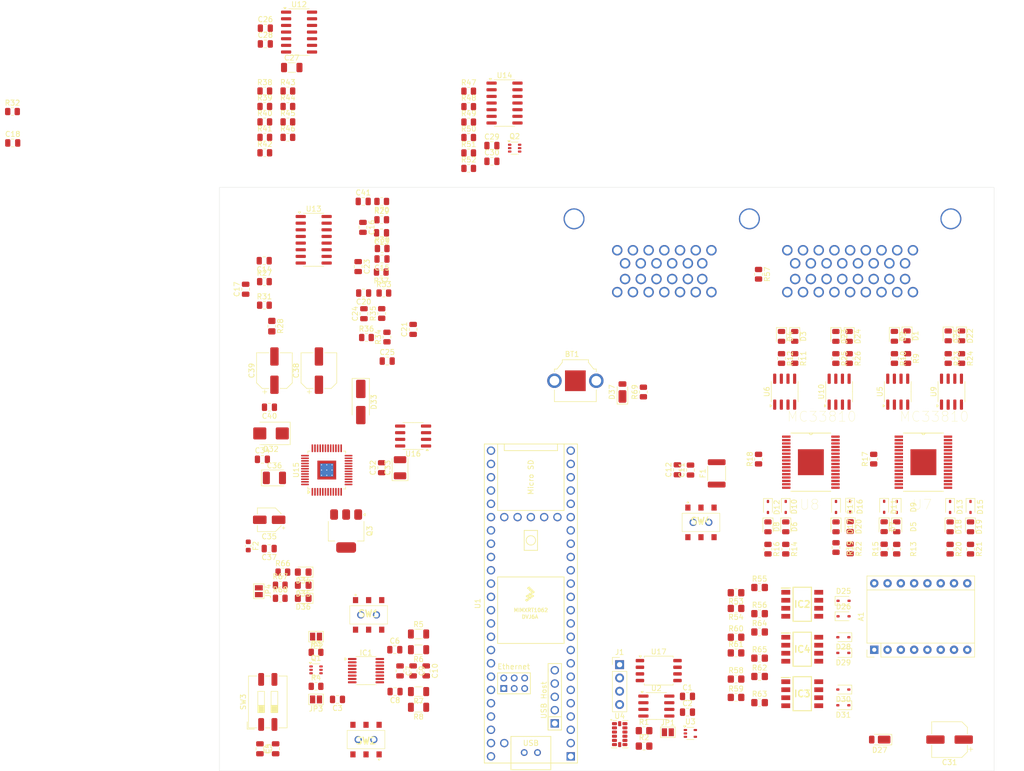
<source format=kicad_pcb>
(kicad_pcb (version 20241229) (generator "pcbnew") (generator_version "9.0")
  (title_block (title "Gen 1 Hayabusa ECU") (date "2024-10-31") (rev "1"))
  (layers (0 "F.Cu" signal) (2 "B.Cu" signal) (13 "F.Paste" user) (15 "B.Paste" user) (5 "F.SilkS" user "F.Silkscreen") (7 "B.SilkS" user "B.Silkscreen") (1 "F.Mask" user) (3 "B.Mask" user) (25 "Edge.Cuts" user))
  (net 0 "")
  (net 1 "IDLE-OUT")
  (net 3 "Net-(A1-VMOT)")
  (net 5 "+3V3")
  (net 6 "SPARE1-OUT")
  (net 8 "MCU-D32")
  (net 9 "GND")
  (net 10 "O2-Heater")
  (net 11 "MCU-D31")
  (net 13 "MCU-D30")
  (net 14 "SPARE2-OUT")
  (net 15 "+5V")
  (net 16 "MCU-A4")
  (net 17 "Net-(C4-Pad2)")
  (net 18 "Net-(C5-Pad1)")
  (net 19 "Net-(IC1-IN1-)")
  (net 20 "Net-(IC1-IN1+)")
  (net 21 "Net-(IC1-IN2-)")
  (net 22 "Net-(IC1-IN2+)")
  (net 23 "IGN_V+")
  (net 24 "O2_Sensor")
  (net 25 "Net-(C14-Pad1)")
  (net 26 "ADC-Clamp-5")
  (net 27 "O2-5V")
  (net 28 "ADC-Clamp-7")
  (net 29 "ADC-Clamp-6")
  (net 30 "IAT_Sensor")
  (net 31 "CLT_Sensor")
  (net 32 "BARO-5V")
  (net 33 "ADC-Clamp-11")
  (net 34 "ADC-Clamp-12")
  (net 35 "TPS_Sensor")
  (net 36 "TPS-5V")
  (net 37 "MCU-A9")
  (net 38 "MCU-A8")
  (net 39 "Net-(U15-VPROT)")
  (net 40 "VPPSENS")
  (net 41 "12V-PROT")
  (net 42 "MAP-5V")
  (net 43 "Net-(D1-A)")
  (net 44 "Net-(D2-A)")
  (net 45 "Net-(D3-A)")
  (net 46 "Net-(D4-A)")
  (net 47 "Net-(D5-A)")
  (net 48 "Net-(D5-K)")
  (net 49 "Net-(D10-A)")
  (net 50 "Net-(D6-A)")
  (net 51 "Net-(D11-A)")
  (net 52 "Net-(D7-A)")
  (net 53 "Net-(D8-A)")
  (net 54 "Net-(D12-A)")
  (net 55 "INJ2")
  (net 56 "INJ6")
  (net 57 "INJ3")
  (net 58 "INJ7")
  (net 59 "INJ1")
  (net 60 "Net-(D13-A)")
  (net 61 "Net-(D14-A)")
  (net 62 "INJ5")
  (net 63 "INJ4")
  (net 64 "Net-(D15-A)")
  (net 65 "INJ8")
  (net 66 "Net-(D16-A)")
  (net 67 "Net-(D17-A)")
  (net 68 "Net-(D18-A)")
  (net 69 "Net-(D19-A)")
  (net 70 "Net-(D20-A)")
  (net 71 "Net-(D21-A)")
  (net 72 "Net-(D22-A)")
  (net 73 "Net-(D23-A)")
  (net 74 "Net-(D24-A)")
  (net 75 "12V-SW")
  (net 76 "FAN-OUT")
  (net 77 "BOOST-OUT")
  (net 78 "VVT-OUT")
  (net 79 "Net-(D34-A)")
  (net 80 "Net-(D35-A)")
  (net 81 "Net-(D36-A)")
  (net 82 "Net-(D37-A)")
  (net 83 "Net-(SW4-NO_1)")
  (net 84 "VDDA")
  (net 87 "MCU-A5")
  (net 89 "Net-(IC2-INPUT_1)")
  (net 90 "Net-(IC2-INPUT_2)")
  (net 91 "Net-(IC3-INPUT_2)")
  (net 92 "Net-(IC3-INPUT_1)")
  (net 93 "Net-(IC4-INPUT_2)")
  (net 94 "Net-(IC4-INPUT_1)")
  (net 95 "MCU-D0")
  (net 96 "MCU-D1")
  (net 97 "/Conntectors/Starter Relay FB")
  (net 98 "IGN3")
  (net 99 "SPARE2-Digital")
  (net 100 "/Conntectors/Neutral input")
  (net 101 "IGN1")
  (net 102 "/Conntectors/Diagnose Stecker")
  (net 103 "CRANK-IN+")
  (net 104 "IGN2")
  (net 105 "CAN_L")
  (net 106 "/Conntectors/Fuel pump FB")
  (net 107 "/Conntectors/Tacho Data")
  (net 108 "CAN_H")
  (net 109 "/Conntectors/Starter Relay Input")
  (net 110 "Tip Over Sensor")
  (net 111 "IGN4")
  (net 112 "USB D+")
  (net 113 "USB GND")
  (net 114 "USB D-")
  (net 115 "SPARE1_Sensor")
  (net 116 "CRANK-IN-")
  (net 117 "USB 5V")
  (net 118 "ROUT2")
  (net 119 "CAM-IN-")
  (net 120 "GNDA")
  (net 121 "FUELPUMP-OUT")
  (net 122 "Baro_Sensor")
  (net 123 "CAM-IN+")
  (net 124 "Net-(JP1-Pad2)")
  (net 125 "Net-(JP2-A)")
  (net 126 "Net-(JP3-B)")
  (net 127 "VPPREF")
  (net 128 "Net-(U2-STBY)")
  (net 129 "VR1-IN+")
  (net 130 "VR2-IN+")
  (net 131 "IGN5")
  (net 132 "IGN6")
  (net 133 "OUTEN_1")
  (net 134 "OUTEN_2")
  (net 135 "IGN7")
  (net 136 "IGN8")
  (net 137 "Net-(U12A-+)")
  (net 138 "Net-(U12C-+)")
  (net 139 "Net-(U12B-+)")
  (net 140 "Net-(U12D-+)")
  (net 141 "Net-(U14A-+)")
  (net 142 "Net-(U14B-+)")
  (net 143 "SPARE2_Sensor")
  (net 144 "MCU-D27")
  (net 145 "MCU-D26")
  (net 146 "MCU-D29")
  (net 147 "MCU-D28")
  (net 148 "MCU-D25")
  (net 149 "MCU-D24")
  (net 150 "VBat")
  (net 151 "Static_Air")
  (net 152 "MC33810_1-CS")
  (net 153 "MCU-D4")
  (net 154 "MCU-A0")
  (net 155 "MCU-D7")
  (net 156 "SCLK")
  (net 157 "MCU-D5")
  (net 162 "ADC-Clamp-4")
  (net 164 "MISO")
  (net 168 "ADC-Clamp-13")
  (net 169 "PROG")
  (net 170 "MCU-D8")
  (net 173 "MCU-A1")
  (net 174 "ADC-Clamp-3")
  (net 175 "RESET")
  (net 177 "MCU-D3")
  (net 178 "MC33814-CS")
  (net 179 "MCU-D6")
  (net 182 "ADC-Clamp-14")
  (net 183 "MC33810_2-CS")
  (net 184 "MOSI")
  (net 185 "Net-(U4-SDA{slash}SDI{slash}SDIO)")
  (net 192 "Net-(U5-IN_A)")
  (net 193 "Net-(U5-IN_B)")
  (net 195 "Net-(U6-IN_A)")
  (net 196 "Net-(U6-IN_B)")
  (net 205 "Net-(U7-GD3)")
  (net 217 "Net-(U7-GD2)")
  (net 221 "Net-(U10-IN_A)")
  (net 227 "Net-(U10-IN_B)")
  (net 241 "ADC-Clamp-10")
  (net 242 "ADC-Clamp-2")
  (net 243 "ADC-Clamp-8")
  (net 244 "ADC-Clamp-9")
  (net 245 "ADC-Clamp-1")
  (net 246 "Net-(U14D--)")
  (net 247 "Net-(U14C--)")
  (net 254 "Net-(U15-RIN1)")
  (net 270 "LAMPOUT")
  (net 277 "Net-(U15-RIN2)")
  (footprint "Capacitor_SMD:C_0805_2012Metric" (layer "F.Cu") (at 104.5 124.375 -90)
    (property "Reference" "C10")
    (property "Value" "1uF")
  )
  (footprint "Package_QFP:LQFP-48-1EP_7x7mm_P0.5mm_EP3.6x3.6mm_ThermalVias" (layer "F.Cu") (at 85.5 86 90)
    (property "Reference" "U15")
    (property "Value" "MC33814")
  )
  (footprint "Resistor_SMD:R_0805_2012Metric_Pad1.20x1.40mm_HandSolder" (layer "F.Cu") (at 163.7 112.44 180)
    (property "Reference" "R54")
    (property "Value" "1k")
  )
  (footprint "Capacitor_SMD:CP_Elec_6.3x7.7" (layer "F.Cu") (at 84 67 90)
    (property "Reference" "C38")
    (property "Value" "33uF")
  )
  (footprint "LED_SMD:LED_0805_2012Metric" (layer "F.Cu") (at 208.5 96.85 -90)
    (property "Reference" "D19")
    (property "Value" "LED")
  )
  (footprint "Misc:AYZ0202AGRLC" (layer "F.Cu") (at 93.5 113.675)
    (property "Reference" "SW1")
    (property "Value" "SW_DPDT_x2" (hide yes))
  )
  (footprint "LED_SMD:LED_0805_2012Metric_Pad1.15x1.40mm_HandSolder" (layer "F.Cu") (at 81 105.5 180)
    (property "Reference" "D34")
    (property "Value" "LED")
  )
  (footprint "LED_SMD:LED_0805_2012Metric" (layer "F.Cu") (at 204.6 96.85 -90)
    (property "Reference" "D18")
    (property "Value" "LED")
  )
  (footprint "Resistor_SMD:R_0805_2012Metric" (layer "F.Cu") (at 76.6125 108)
    (property "Reference" "R67")
    (property "Value" "470R")
  )
  (footprint "Resistor_SMD:R_0805_2012Metric" (layer "F.Cu") (at 112.62 13.61)
    (property "Reference" "R47")
    (property "Value" "1k")
  )
  (footprint "Resistor_SMD:R_0805_2012Metric" (layer "F.Cu") (at 185.322 64.6875 -90)
    (property "Reference" "R26")
    (property "Value" "1k")
  )
  (footprint "Capacitor_SMD:C_0805_2012Metric" (layer "F.Cu") (at 95.9625 40.675 180)
    (property "Reference" "C13")
    (property "Value" "0.1uF")
  )
  (footprint "Resistor_SMD:R_0805_2012Metric" (layer "F.Cu") (at 112.62 22.46)
    (property "Reference" "R50")
    (property "Value" "1k")
  )
  (footprint "Capacitor_SMD:C_0805_2012Metric" (layer "F.Cu") (at 25.5 23.5)
    (property "Reference" "C18")
    (property "Value" "270nF")
  )
  (footprint "Diode_SMD:D_SMA_Handsoldering" (layer "F.Cu") (at 92 73 -90)
    (property "Reference" "D33")
    (property "Value" "D_Schottky")
  )
  (footprint "LED_SMD:LED_0805_2012Metric_Pad1.15x1.40mm_HandSolder" (layer "F.Cu") (at 81 110.5 180)
    (property "Reference" "D36")
    (property "Value" "LED")
  )
  (footprint "connector:6437288-3" (layer "F.Cu") (at 204.75 38 180)
    (property "Reference" "J5" (hide yes))
    (property "Value" "~")
  )
  (footprint "Resistor_SMD:R_0805_2012Metric" (layer "F.Cu") (at 78.07 13.58)
    (property "Reference" "R43")
    (property "Value" "180k")
  )
  (footprint "Diode_SMD:D_SOD-323" (layer "F.Cu") (at 184.245 113.94)
    (property "Reference" "D26")
    (property "Value" "D")
  )
  (footprint "Diode_SMD:D_SOD-323" (layer "F.Cu") (at 184.2 127.94 180)
    (property "Reference" "D30")
    (property "Value" "D")
  )
  (footprint "Resistor_SMD:R_0805_2012Metric" (layer "F.Cu") (at 78.07 16.53)
    (property "Reference" "R44")
    (property "Value" "180k")
  )
  (footprint "Capacitor_SMD:C_0805_2012Metric" (layer "F.Cu") (at 92.55 52.175 180)
    (property "Reference" "C20")
    (property "Value" "0.1uF")
  )
  (footprint "ZXMS6006DT8TA:SOT153P700X170-8N" (layer "F.Cu") (at 176.35 111.645)
    (property "Reference" "IC2")
    (property "Value" "ZXMS6006DT8" (hide yes))
  )
  (footprint "Resistor_SMD:R_0805_2012Metric" (layer "F.Cu") (at 168 83.9125 90)
    (property "Reference" "R18")
    (property "Value" "10k")
  )
  (footprint "Resistor_SMD:R_0805_2012Metric" (layer "F.Cu") (at 96.4125 52.175)
    (property "Reference" "R33")
    (property "Value" "2.49k")
  )
  (footprint "Capacitor_SMD:CP_Elec_6.3x7.7" (layer "F.Cu") (at 204.5 137.5 180)
    (property "Reference" "C31")
    (property "Value" "100uF")
  )
  (footprint "Diode_SMD:D_PowerDI-123" (layer "F.Cu") (at 191.15 137.5 180)
    (property "Reference" "D27")
    (property "Value" "D_Schottky")
  )
  (footprint "Capacitor_Tantalum_SMD:CP_EIA-3528-21_Kemet-B" (layer "F.Cu") (at 75.5 87.5)
    (property "Reference" "C36")
    (property "Value" "47uF")
  )
  (footprint "Resistor_SMD:R_0805_2012Metric" (layer "F.Cu") (at 190 83.9125 90)
    (property "Reference" "R17")
    (property "Value" "10k")
  )
  (footprint "Capacitor_SMD:C_0805_2012Metric" (layer "F.Cu") (at 98.5 120.325)
    (property "Reference" "C6")
    (property "Value" "1nF")
  )
  (footprint "Module:Pololu_Breakout-16_15.2x20.3mm" (layer "F.Cu") (at 190.11 120.34 90)
    (property "Reference" "A1")
    (property "Value" "Pololu_Breakout_DRV8825")
  )
  (footprint "Resistor_SMD:R_0805_2012Metric" (layer "F.Cu") (at 193.969 64.6843 -90)
    (property "Reference" "R10")
    (property "Value" "1k")
  )
  (footprint "Capacitor_SMD:C_0805_2012Metric" (layer "F.Cu") (at 96 85.55 90)
    (property "Reference" "C32")
    (property "Value" "0.1uF")
  )
  (footprint "Jumper:SolderJumper-2_P1.3mm_Open_Pad1.0x1.5mm" (layer "F.Cu") (at 150.675 136.095)
    (property "Reference" "JP1")
    (property "Value" "Jumper_NO_Small")
  )
  (footprint "Resistor_SMD:R_0805_2012Metric" (layer "F.Cu") (at 73.5875 54.5)
    (property "Reference" "R31")
    (property "Value" "470R")
  )
  (footprint "Misc:AYZ0202AGRLC" (layer "F.Cu") (at 93 137.5 180)
    (property "Reference" "SW2")
    (property "Value" "SW_DPDT_x2" (hide yes))
  )
  (footprint "Package_TO_SOT_SMD:SOT-363_SC-70-6" (layer "F.Cu") (at 121.4 24.495)
    (property "Reference" "Q2")
    (property "Value" "Q_DUAL_NMOS_S1G1D2S2G2D1")
  )
  (footprint "Resistor_SMD:R_0805_2012Metric" (layer "F.Cu") (at 194.4 101.1125 -90)
    (property "Reference" "R13")
    (property "Value" "1k")
  )
  (footprint "Capacitor_SMD:C_0805_2012Metric" (layer "F.Cu") (at 102 59.125 90)
    (property "Reference" "C21")
    (property "Value" "0.1uF")
  )
  (footprint "Resistor_SMD:R_0805_2012Metric" (layer "F.Cu") (at 172.387 64.6843 -90)
    (property "Reference" "R12")
    (property "Value" "1k")
  )
  (footprint "Package_SO:SOIC-14_3.9x8.7mm_P1.27mm" (layer "F.Cu") (at 119.465 15.875)
    (property "Reference" "U14")
    (property "Value" "LMV324LIDT")
  )
  (footprint "Misc:AYZ0202AGRLC" (layer "F.Cu") (at 157 96)
    (property "Reference" "SW4")
    (property "Value" "SW_DPDT_x2" (hide yes))
  )
  (footprint "Capacitor_SMD:C_0805_2012Metric" (layer "F.Cu") (at 75.73 139.255 90)
    (property "Reference" "C4")
    (property "Value" "0.01uF")
  )
  (footprint "Package_SO:SOIC-8_3.9x4.9mm_P1.27mm" (layer "F.Cu") (at 183.398 71.0282 90)
    (property "Reference" "U10")
    (property "Value" "TC4424A")
  )
  (footprint "LED_SMD:LED_0805_2012Metric" (layer "F.Cu") (at 194.4 96.85 -90)
    (property "Reference" "D5")
    (property "Value" "LED")
  )
  (footprint "Resistor_SMD:R_0805_2012Metric" (layer "F.Cu") (at 174.917 64.6843 -90)
    (property "Reference" "R11")
    (property "Value" "1k")
  )
  (footprint "Button_Switch_SMD:SW_DIP_SPSTx02_Slide_9.78x7.26mm_W8.61mm_P2.54mm" (layer "F.Cu") (at 74.23 130.305 90)
    (property "Reference" "SW3")
    (property "Value" "SW_DIP_x02")
  )
  (footprint "ZXMS6006DT8TA:SOT153P700X170-8N" (layer "F.Cu") (at 176.35 120.235)
    (property "Reference" "IC4")
    (property "Value" "ZXMS6006DT8" (hide yes))
  )
  (footprint "Capacitor_SMD:C_0805_2012Metric" (layer "F.Cu") (at 74.55 74 180)
    (property "Reference" "C40")
    (property "Value" "0.1uF")
  )
  (footprint "Resistor_SMD:R_0805_2012Metric" (layer "F.Cu") (at 25.45 17.5)
    (property "Reference" "R32")
    (property "Value" "1k")
  )
  (footprint "Resistor_SMD:R_0805_2012Metric" (layer "F.Cu") (at 112.62 25.41)
    (property "Reference" "R51")
    (property "Value" "180k")
  )
  (footprint "LED_SMD:LED_0805_2012Metric" (layer "F.Cu") (at 193.9565 60.4468 -90)
    (property "Reference" "D2")
    (property "Value" "LED")
  )
  (footprint "Resistor_SMD:R_0805_2012Metric" (layer "F.Cu") (at 96 56.0875 90)
    (property "Reference" "R35")
    (property "Value" "470R")
  )
  (footprint "Resistor_SMD:R_0805_2012Metric_Pad1.20x1.40mm_HandSolder" (layer "F.Cu") (at 163.7 120.94)
    (property "Reference" "R61")
    (property "Value" "1k")
  )
  (footprint "Resistor_SMD:R_0805_2012Metric_Pad1.20x1.40mm_HandSolder" (layer "F.Cu") (at 163.7 117.94)
    (property "Reference" "R60")
    (property "Value" "1k")
  )
  (footprint "Resistor_SMD:R_0805_2012Metric_Pad1.20x1.40mm_HandSolder" (layer "F.Cu") (at 168.2 121.94)
    (property "Reference" "R65")
    (property "Value" "100k")
  )
  (footprint "LED_SMD:LED_0805_2012Metric" (layer "F.Cu") (at 185.5 96.8 -90)
    (property "Reference" "D20")
    (property "Value" "LED")
  )
  (footprint "Resistor_SMD:R_0805_2012Metric_Pad1.20x1.40mm_HandSolder" (layer "F.Cu") (at 163.7 109.44 180)
    (property "Reference" "R53")
    (property "Value" "1k")
  )
  (footprint "LED_SMD:LED_0805_2012Metric" (layer "F.Cu") (at 169.8 96.85 -90)
    (property "Reference" "D8")
    (property "Value" "LED")
  )
  (footprint "Resistor_SMD:R_0805_2012Metric" (layer "F.Cu") (at 78.07 22.43)
    (property "Reference" "R46")
    (property "Value" "348k")
  )
  (footprint "LED_SMD:LED_0805_2012Metric" (layer "F.Cu") (at 174.917 60.4593 -90)
    (property "Reference" "D3")
    (property "Value" "LED")
  )
  (footprint "Resistor_SMD:R_0805_2012Metric" (layer "F.Cu") (at 173.2 101.1125 -90)
    (property "Reference" "R14")
    (property "Value" "1k")
  )
  (footprint "Capacitor_SMD:C_0805_2012Metric" (layer "F.Cu") (at 74.5 101 180)
    (property "Reference" "C37")
    (property "Value" "0.1uF")
  )
  (footprint "Resistor_SMD:R_0805_2012Metric" (layer "F.Cu") (at 73.66 25.38)
    (property "Reference" "R42")
    (property "Value" "470R")
  )
  (footprint "Resistor_SMD:R_0805_2012Metric" (layer "F.Cu") (at 208.5 101.1125 -90)
    (property "Reference" "R21")
    (property "Value" "1k")
  )
  (footprint "Resistor_SMD:R_0805_2012Metric_Pad1.20x1.40mm_HandSolder" (layer "F.Cu") (at 168.2 125.44)
    (property "Reference" "R62")
    (property "Value" "100k")
  )
  (footprint "Resistor_SMD:R_0805_2012Metric" (layer "F.Cu") (at 196.469 64.6843 -90)
    (property "Reference" "R9")
    (property "Value" "1k")
  )
  (footprint "Diode_SMD:D_SOD-323" (layer "F.Cu") (at 185.5 93 -90)
    (property "Reference" "D16")
    (property "Value" "D")
  )
  (footprint "Package_LGA:LGA-14_3x5mm_P0.8mm_LayoutBorder1x6y" (layer "F.Cu") (at 141.47 136.46)
    (property "Reference" "U4")
    (property "Value" "ADXL343")
  )
  (footprint "Resistor_SMD:R_1206_3216Metric" (layer "F.Cu") (at 103.0375 120.325 180)
    (property "Reference" "R6")
    (property "Value" "10k")
  )
  (footprint "Resistor_SMD:R_0805_2012Metric_Pad1.20x1.40mm_HandSolder" (layer "F.Cu") (at 163.7 125.94)
    (property "Reference" "R58")
    (property "Value" "1k")
  )
  (footprint "Diode_SMD:D_SOD-323" (layer "F.Cu") (at 184.245 110.99)
    (property "Reference" "D25")
    (property "Value" "D")
  )
  (footprint "Resistor_SMD:R_0805_2012Metric" (layer "F.Cu") (at 73.5875 50)
    (property "Reference" "R27")
    (property "Value" "604R")
  )
  (footprint "LED_SMD:LED_0805_2012Metric" (layer "F.Cu") (at 196.369 60.3593 -90)
    (property "Reference" "D1")
    (property "Value" "LED")
  )
  (footprint "Resistor_SMD:R_0805_2012Metric" (layer "F.Cu") (at 182.772 64.6875 -90)
    (property "Reference" "R25")
    (property "Value" "1k")
  )
  (footprint "Resistor_SMD:R_0805_2012Metric" (layer "F.Cu") (at 182.8 100.8 -90)
    (property "Reference" "R19")
    (property "Value" "1k")
  )
  (footprint "Resistor_SMD:R_0805_2012Metric_Pad1.20x1.40mm_HandSolder" (layer "F.Cu") (at 146.125 135.795)
    (property "Reference" "R1")
    (property "Value" "0R")
  )
  (footprint "Package_TO_SOT_SMD:SOT-363_SC-70-6" (layer "F.Cu") (at 83.45 124.175)
    (property "Reference" "Q1")
    (property "Value" "Q_DUAL_NMOS_S1G1D2S2G2D1")
  )
  (footprint "Diode_SMD:D_SOD-323" (layer "F.Cu") (at 169.8 93.05 -90)
    (property "Reference" "D12")
    (property "Value" "D")
  )
  (footprint "Resistor_SMD:R_0805_2012Metric" (layer "F.Cu") (at 83.45 120.825)
    (property "Reference" "R3")
    (property "Value" "1k")
  )
  (footprint "Diode_SMD:D_SOD-323" (layer "F.Cu") (at 192 93.025 -90)
    (property "Reference" "D11")
    (property "Value" "D")
  )
  (footprint "Resistor_SMD:R_0805_2012Metric_Pad1.20x1.40mm_HandSolder" (layer "F.Cu") (at 75 58.5 -90)
    (property "Reference" "R28")
    (property "Value" "3.88k")
  )
  (footprint "Package_SO:SOIC-8_3.9x4.9mm_P1.27mm" (layer "F.Cu") (at 148.475 131.095)
    (property "Reference" "U2")
    (property "Value" "MCP2562-E-SN")
  )
  (footprint "Capacitor_SMD:C_0805_2012Metric" (layer "F.Cu") (at 117.05 24)
    (property "Reference" "C29")
    (property "Value" "0.01uF")
  )
  (footprint "Resistor_SMD:R_1206_3216Metric" (layer "F.Cu") (at 103.0375 128.325 180)
    (property "Reference" "R7")
    (property "Value" "10k")
  )
  (footprint "Capacitor_SMD:C_0805_2012Metric" (layer "F.Cu") (at 155 86 90)
    (property "Reference" "C11")
    (property "Value" "1uF")
  )
  (footprint "Resistor_SMD:R_0805_2012Metric" (layer "F.Cu") (at 146 71.0875 90)
    (property "Reference" "R69")
    (property "Value" "1k")
  )
  (footprint "LED_SMD:LED_0805_2012Metric" (layer "F.Cu") (at 206.789 60.3593 -90)
    (property "Reference" "D22")
    (property "Value" "LED")
  )
  (footprint "Package_SO:SOIC-8_5.3x5.3mm_P1.27mm" (layer "F.Cu") (at 148.925 124.315)
    (property "Reference" "U17")
    (property "Value" "W25Q32JVSS")
  )
  (footprint "Resistor_SMD:R_0805_2012Metric_Pad1.20x1.40mm_HandSolder" (layer "F.Cu") (at 168.2 108.44)
    (property "Reference" "R55")
    (property "Value" "100k")
  )
  (footprint "Capacitor_SMD:C_0805_2012Metric" (layer "F.Cu") (at 91.5 47.125 -90)
    (property "Reference" "C23")
    (property "Value" "0.1uF")
  )
  (footprint "Resistor_SMD:R_0805_2012Metric" (layer "F.Cu") (at 168 48.5875 -90)
    (property "Reference" "R57")
    (property "Value" "10k")
  )
  (footprint "Jumper:SolderJumper-2_P1.3mm_Open_Pad1.0x1.5mm" (layer "F.Cu") (at 72.525 109.15 -90)
    (property "Reference" "JP4")
    (property "Value" "Jumper_2_Open")
  )
  (footprint "Diode_SMD:D_SOD-323" (layer "F.Cu") (at 182.8 93.05 -90)
    (property "Reference" "D14")
    (property "Value" "D")
  )
  (footprint "Resistor_SMD:R_0805_2012Metric" (layer "F.Cu") (at 112.62 16.56)
    (property "Reference" "R48")
    (property "Value" "180k")
  )
  (footprint "Package_TO_SOT_SMD:SOT-223-3_TabPin2" (layer "F.Cu") (at 89.2 97.65 -90)
    (property "Reference" "Q3")
    (property "Value" "Q_PNP_BCEC")
  )
  (footprint "LED_SMD:LED_0805_2012Metric" (layer "F.Cu") (at 185.322 60.4625 -90)
    (property "Reference" "D24")
    (property "Value" "LED")
  )
  (footprint "Diode_SMD:D_PowerDI-123" (layer "F.Cu") (at 142 71.0875 90)
    (property "Reference" "D37")
    (property "Value" "D_Schottky")
  )
  (footprint "Package_SO:SOIC-14_3.9x8.7mm_P1.27mm" (layer "F.Cu") (at 80.21 2.315)
    (property "Reference" "U12")
    (property "Value" "LMV324LIDT")
  )
  (footprint "Resistor_SMD:R_0805_2012Metric" (layer "F.Cu") (at 73.66 13.58)
    (property "Reference" "R38")
    (property "Value" "180k")
  )
  (footprint "kicad:Teensy41" (layer "F.Cu") (at 124.5 111.5 90)
    (property "Reference" "U1")
    (property "Value" "Teensy4.1")
  )
  (footprint "Diode_SMD:D_SOD-323" (layer "F.Cu") (at 173.2 93.05 -90)
    (property "Reference" "D10")
    (property "Value" "D")
  )
  (footprint "Package_SO:SOIC-8_3.9x4.9mm_P1.27mm" (layer "F.Cu") (at 172.993 71.025 90)
    (property "Reference" "U6")
    (property "Value" "TC4424A")
  )
  (footprint "Capacitor_SMD:C_0805_2012Metric" (layer "F.Cu") (at 73.2025 83.95)
    (property "Reference" "C34")
    (property "Value" "0.1uF")
  )
  (footprint "Diode_SMD:D_SOD-323" (layer "F.Cu") (at 184.2 130.94 180)
    (property "Reference" "D31")
    (property "Value" "D")
  )
  (footprint "IC_Automotive:SOIC32-P0.65-33N" (layer "F.Cu") (at 199.5 84.5)
    (property "Reference" "U7")
    (property "Value" "MC33810")
  )
  (footprint "LED_SMD:LED_0805_2012Metric" (layer "F.Cu") (at 182.8 96.85 -90)
    (property "Reference" "D17")
    (property "Value" "LED")
  )
  (footprint "Resistor_SMD:R_0805_2012Metric" (layer "F.Cu") (at 96 38.175)
    (property "Reference" "R29")
    (property "Value" "470R")
  )
  (footprint "Resistor_SMD:R_0805_2012Metric" (layer "F.Cu") (at 73.66 22.43)
    (property "Reference" "R41")
    (property "Value" "348k")
  )
  (footprint "LED_SMD:LED_0805_2012Metric_Pad1.15x1.40mm_HandSolder" (layer "F.Cu") (at 81 108 180)
    (property "Reference" "D35")
    (property "Value" "LED")
  )
  (footprint "Diode_SMD:D_SOD-323" (layer "F.Cu") (at 208.5 93.05 -90)
    (property "Reference" "D15")
    (property "Value" "D")
  )
  (footprint "Resistor_SMD:R_0805_2012Metric" (layer "F.Cu") (at 83.45 127.325)
    (property "Reference" "R4")
    (property "Value" "1k")
  )
  (footprint "Resistor_SMD:R_0805_2012Metric" (layer "F.Cu") (at 73.66 16.53)
    (property "Reference" "R39")
    (property "Value" "180k")
  )
  (footprint "Capacitor_SMD:C_0805_2012Metric" (layer "F.Cu") (at 92.6 56.125 90)
    (property "Reference" "C24")
    (property "Value" "0.22uF")
  )
  (footprint "Resistor_SMD:R_0805_2012Metric" (layer "F.Cu") (at 77.1125 105.5)
    (property "Reference" "R66")
    (property "Value" "1k")
  )
  (footprint "Resistor_SMD:R_0805_2012Metric" (layer "F.Cu") (at 204.6 101.1125 -90)
    (property "Reference" "R20")
    (property "Value" "1k")
  )
  (footprint "Diode_SMD:D_SOD-323" (layer "F.Cu") (at 184.2 117.94 180)
    (property "Reference" "D28")
    (property "Value" "D")
  )
  (footprint "ZXMS6006DT8TA:SOT153P700X170-8N" (layer "F.Cu") (at 176.35 128.735)
    (property "Reference" "IC3")
    (property "Value" "ZXMS6006DT8" (hide yes))
  )
  (footprint "Resistor_SMD:R_0805_2012Metric" (layer "F.Cu") (at 78.07 19.48)
    (property "Reference" "R45")
    (property "Value" "348k")
  )
  (footprint "Capacitor_SMD:C_0805_2012Metric" (layer "F.Cu") (at 87.55 129.825 180)
    (property "Reference" "C3")
    (property "Value" "0.1uF")
  )
  (footprint "IC_Automotive:SOIC32-P0.65-33N" (layer "F.Cu") (at 178 84.5)
    (property "Reference" "U8")
    (property "Value" "MC33810")
  )
  (footprint "Fuse:Fuse_0603_1608Metric" (layer "F.Cu") (at 70.5 100.5 -90)
    (property "Reference" "F2")
    (property "Value" "Polyfuse")
  )
  (footprint "Resistor_SMD:R_0805_2012Metric" (layer "F.Cu") (at 73.66 19.48)
    (property "Reference" "R40")
    (property "Value" "348k")
  )
  (footprint "Resistor_SMD:R_0805_2012Metric" (layer "F.Cu") (at 204.239 64.6843 -90)
    (property "Reference" "R23")
    (property "Value" "1k")
  )
  (footprint "Capacitor_SMD:C_0805_2012Metric" (layer "F.Cu") (at 72.73 139.255 -90)
    (property "Reference" "C5")
    (property "Value" "4700pF")
  )
  (footprint "Resistor_SMD:R_0805_2012Metric" (layer "F.Cu") (at 93.0875 60.675)
    (property "Reference" "R36")
    (property "Value" "470R")
  )
  (footprint "Capacitor_SMD:C_0805_2012Metric" (layer "F.Cu") (at 117.05 27.01)
    (property "Reference" "C30")
    (property "Value" "0.01uF")
  )
  (footprint "Resistor_SMD:R_0805_2012Metric" (layer "F.Cu") (at 112.62 28.36)
    (property "Reference" "R52")
    (property "Value" "348k")
  )
  (footprint "2999:BAT_2999" (layer "F.Cu") (at 133 68.9375)
    (property "Reference" "BT1")
    (property "Value" "Battery_Cell")
  )
  (footprint "Resistor_SMD:R_0805_2012Metric" (layer "F.Cu") (at 97 60.5875 90)
    (property "Reference" "R34")
    (property "Value" "2.49k")
  )
  (footprint "LED_SMD:LED_0805_2012Metric" (layer "F.Cu") (at 172.387 60.4593 -90)
    (property "Reference" "D4")
    (property "Value" "LED")
  )
  (footprint "Resistor_SMD:R_0805_2012Metric" (layer "F.Cu") (at 96.0875 43.675)
    (property "Reference" "R30")
    (property "Value" "2.4k")
  )
  (footprint "Capacitor_SMD:C_0805_2012Metric" (layer "F.Cu") (at 99.5 124.375 -90)
    (property "Reference" "C7")
    (property "Value" "0.01uF")
  )
  (footprint "Resistor_SMD:R_0805_2012Metric" (layer "F.Cu") (at 169.8 101.1125 -90)
    (property "Reference" "R16")
    (property "Value" "1k")
  )
  (footprint "Capacitor_SMD:C_0805_2012Metric" (layer "F.Cu") (at 92.4625 34.675)
    (property "Reference" "C41")
    (property "Value" "0.1uF")
  )
  (footprint "Resistor_SMD:R_0805_2012Metric" (layer "F.Cu") (at 192 101.0875 90)
    (property "Reference" "R15")
    (property "Value" "1k")
  )
  (footprint "Capacitor_SMD:C_0805_2012Metric" (layer "F.Cu") (at 73.55 46 180)
    (property "Reference" "C14")
    (property "Value" "0.1uF")
  )
  (footprint "Capacitor_SMD:C_0805_2012Metric" (layer "F.Cu") (at 154.425 129.245)
    (property "Reference" "C1")
    (property "Value" "0.1uF")
  )
  (footprint "Fuse:Fuse_1812_4532Metric" (layer "F.Cu") (at 160 86.6375 90)
    (property "Reference" "F1")
    (property "Value" "Polyfuse")
  )
  (footprint "Capacitor_SMD:C_0805_2012Metric" (layer "F.Cu") (at 96.05 45.675 180)
    (property "Reference" "C15")
    (property "Value" "270nF")
  )
  (footprint "Resistor_SMD:R_0805_2012Metric" (layer "F.Cu") (at 185.5 101.0625 -90)
    (property "Reference" "R22")
    (property "Value" "1k")
  )
  (footprint "LED_SMD:LED_0805_2012Metric" (layer "F.Cu") (at 192 96.825 -90)
    (property "Reference" "D7")
    (property "Value" "LED")
  )
  (footprint "Capacitor_SMD:C_0805_2012Metric" (layer "F.Cu") (at 102 124.375 -90)
    (property "Reference" "C9")
    (property "Value" "0.1uF")
  )
  (footprint "Capacitor_SMD:C_0805_2012Metric" (layer "F.Cu") (at 152.5 85.95 90)
    (property "Reference" "C12")
    (property "Value" "0.1uF")
  )
  (footprint "Diode_SMD:D_SOD-323" (layer "F.Cu") (at 204.6 93.05 -90)
    (property "Reference" "D13")
    (property "Value" "D")
  )
  (footprint "Resistor_SMD:R_0805_2012Metric_Pad1.20x1.40mm_HandSolder" (layer "F.Cu") (at 168.2 130.44)
    (property "Reference" "R63")
    (property "Value" "100k")
  )
  (footprint "Resistor_SMD:R_0805_2012Metric_Pad1.20x1.40mm_HandSolder" (layer "F.Cu") (at 168.2 113.44)
    (property "Reference" "R56")
    (property "Value" "100k")
  )
  (footprint "Resistor_SMD:R_0805_2012Metric_Pad1.20x1.40mm_HandSolder" (layer "F.Cu") (at 146.125 138.745)
    (property "Reference" "R2")
    (property "Value" "120R")
  )
  (footprint "Resistor_SMD:R_0805_2012Metric_Pad1.20x1.40mm_HandSolder" (layer "F.Cu") (at 168.2 116.94)
    (property "Reference" "R64")
    (property "Value" "100k")
  )
  (footprint "Package_TO_SOT_SMD:SOT-353_SC-70-5" (layer "F.Cu") (at 154.975 136.32)
    (property "Reference" "U3")
    (property "Value" "74AHC1G32")
  )
  (footprint "Resistor_SMD:R_0805_2012Metric" (layer "F.Cu") (at 206.789 64.6843 -90)
    (property "Reference" "R24")
    (property "Value" "1k")
  )
  (footprint "LED_SMD:LED_0805_2012Metric" (layer "F.Cu") (at 204.239 60.3593 -90)
    (property "Reference" "D21")
    (property "Value" "LED")
  )
  (footprint "Resistor_SMD:R_1206_3216Metric" (layer "F.Cu") (at 103.0375 117.325)
    (property "Reference" "R5")
    (property "Value" "10k")
  )
  (footprint "Capacitor_SMD:C_0805_2012Metric" (layer "F.Cu") (at 73.76 4.58)
    (property "Reference" "C28")
    (property "Value" "0.22uF")
  )
  (footprint "Resistor_SMD:R_0805_2012Metric" (layer "F.Cu") (at 95.9125 48.175 180)
    (property "Reference" "R37")
    (property "Value" "0")
  )
  (footprint "Capacitor_SMD:C_0805_2012Metric" (layer "F.Cu") (at 92.4125 39.625 -90)
    (property "Reference" "C16")
    (property "Value" "0.22uF")
  )
  (footprint "Jumper:SolderJumper-2_P1.3mm_Open_Pad1.0x1.5mm" (layer "F.Cu") (at 83.45 129.825 180)
    (property "Reference" "JP3")
    (property "Value" "Jumper_2_Open")
  )
  (footprint "Package_SO:SOIC-8_3.9x4.9mm_P1.27mm" (layer "F.Cu") (at 204.865 71.025 90)
    (property "Reference" "U9")
    (property "Value" "TC4424A")
  )
  (footprint "Package_SO:QSOP-16_3.9x4.9mm_P0.635mm" (layer "F.Cu") (at 93 124.325)
    (property "Reference" "IC1")
    (property "Value" "MAX9926UAEE_V+")
  )
  (footprint "Capacitor_SMD:C_0805_2012Metric" (layer "F.Cu") (at 154.425 132.255)
    (property "Reference" "C2")
    (property "Value" "0.1uF")
  )
  (footprint "LED_SMD:LED_0805_2012Metric" (layer "F.Cu") (at 173.2 96.85 -90)
    (property "Reference" "D6")
    (property "Value" "LED")
  )
  (footprint "Resistor_SMD:R_0805_2012Metric" (layer "F.Cu") (at 112.62 19.51)
    (property "Reference" "R49")
    (property "Value" "348k")
  )
  (footprint "Jumper:SolderJumper-2_P1.3mm_Open_Pad1.0x1.5mm" (layer "F.Cu") (at 83.45 117.825 180)
    (property "Reference" "JP2")
    (property "Value" "Jumper_2_Open")
  )
  (footprint "Resistor_SMD:R_1206_3216Metric" (layer "F.Cu") (at 103.0375 131.325 180)
    (property "Reference" "R8")
    (property "Value" "10k")
  )
  (footprint "Resistor_SMD:R_0805_2012Metric" (layer "F.Cu") (at 76.6125 110.5)
    (property "Reference" "R68")
    (property "Value" "470R")
  )
  (footprint "Capacitor_Tantalum_SMD:CP_EIA-3528-21_Kemet-B" (layer "F.Cu") (at 99.5 85.56 90)
    (property "Reference" "C33")
    (property "Value" "47uF")
  )
  (footprint "Capacitor_SMD:CP_Elec_4x5.4" (layer "F.Cu") (at 74.5 95.5 180)
    (property "Reference" "C35")
    (property "Value" "22uF")
  )
  (footprint "Capacitor_SMD:C_1206_3216Metric" (layer "F.Cu") (at 78.81 9.09)
    (property "Reference" "C27")
    (property "Value" "100uF")
  )
  (footprint "Package_SO:SOIC-8_3.9x4.9mm_P1.27mm" (layer "F.Cu") (at 102 79.5 180)
    (property "Reference" "U16")
    (property "Value" "TC4424A")
  )
  (footprint "Capacitor_SMD:C_0805_2012Metric" (layer "F.Cu") (at 98.55 128.325 180)
    (property "Reference" "C8")
    (property "Value" "1nF")
  )
  (footprint "Connector_PinHeader_2.54mm:PinHeader_1x04_P2.54mm_Vertical" (layer "F.Cu") (at 141.455 123.185)
    (property "Reference" "J1")
    (property "Value" "Conn_01x04")
  )
  (footprint "Diode_SMD:D_SMB" (layer "F.Cu") (at 74.85 79 180)
    (property "Reference" "D32")
    (property "Value" "D_TVS")
  )
  (footprint "Package_SO:SOIC-8_3.9x4.9mm_P1.27mm" (layer "F.Cu") (at 194.595 71.025 90)
    (property "Reference" "U5")
    (property "Value" "TC4424A")
  )
  (footprint "Resistor_SMD:R_0805_2012Metric" (layer "F.Cu") (at 96 34.675 180)
    (property "Reference" "R70")
    (property "Value" "0")
  )
  (footprint "Capacitor_SMD:C_0805_2012Metric" (layer "F.Cu") (at 70 51.45 90)
    (property "Reference" "C17")
    (property "Value" "0.22uF")
  )
  (footprint "Resistor_SMD:R_0805_2012Metric_Pad1.20x1.40mm_HandSolder" (layer "F.Cu") (at 163.7 129.44)
    (property "Reference" "R59")
    (property "Value" "1k")
  )
  (footprint "Capacitor_SMD:CP_Elec_6.3x7.7" (layer "F.Cu") (at 75.5 67 90)
    (property "Reference" "C39")
    (property "Value" "33uF")
  )
  (footprint "Capacitor_SMD:C_0805_2012Metric" (layer "F.Cu") (at 73.76 1.57)
    (property "Reference" "C26")
    (property "Value" "0.1uF")
  )
  (footprint "Diode_SMD:D_SOD-323" (layer "F.Cu") (at 194.4 93.05 -90)
    (property "Reference" "D9")
    (property "Value" "D")
  )
  (footprint "Diode_SMD:D_SOD-323" (layer "F.Cu") (at 184.2 120.94 180)
    (property "Reference" "D29")
    (property "Value" "D")
  )
  (footprint "Package_SO:SOIC-16_3.9x9.9mm_P1.27mm" (layer "F.Cu") (at 83 42)
    (property "Reference" "U13")
    (property "Value" "SP720")
  )
  (footprint "Capacitor_SMD:C_0805_2012Metric" (layer "F.Cu") (at 97.05 65.175)
    (property "Reference" "C25")
    (property "Value" "0.22uF")
  )
  (footprint "LED_SMD:LED_0805_2012Metric" (layer "F.Cu") (at 182.772 60.4625 -90)
    (property "Reference" "D23")
    (property "Value" "LED")
  )
  (gr_rect (start 65 32) (end 213 143.5) (stroke (width 0.05)) (fill no) (layer "Edge.Cuts"))
)
</source>
